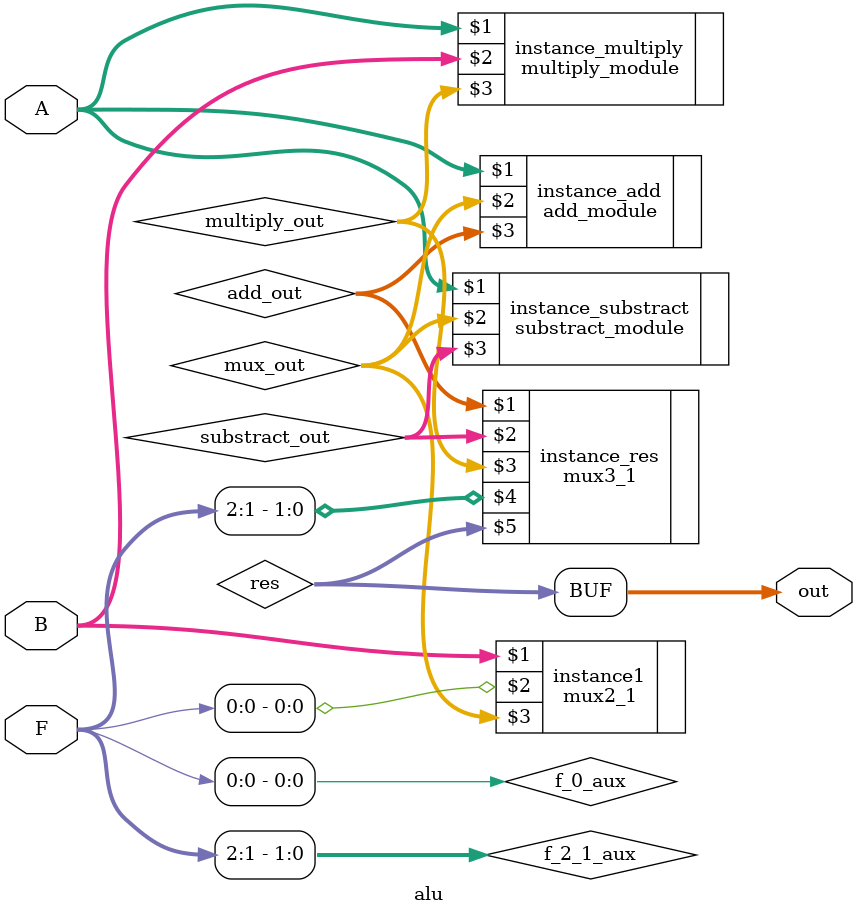
<source format=v>
`timescale 1ns / 1ps


module alu(A, B, F, out);

    input [31:0] A;
    input [31:0] B;
    input [2:0] F;
    
    output [31:0] out;
    
    reg f_0_aux;
    reg [1:0]f_2_1_aux;
    wire [31:0]add_out, substract_out, multiply_out, mux_out;
    wire [31:0]res;
    
    always @* begin
        f_0_aux = (F << 2) >> 2;
        f_2_1_aux = F>>1;
    end
    
    mux2_1 instance1(B, f_0_aux, mux_out);
    
    add_module instance_add(A, mux_out, add_out);
    substract_module instance_substract(A, mux_out, substract_out);
    multiply_module instance_multiply(A, B, multiply_out);
    
    mux3_1 instance_res(add_out, substract_out, multiply_out, f_2_1_aux, res);

    assign out = res;

endmodule

</source>
